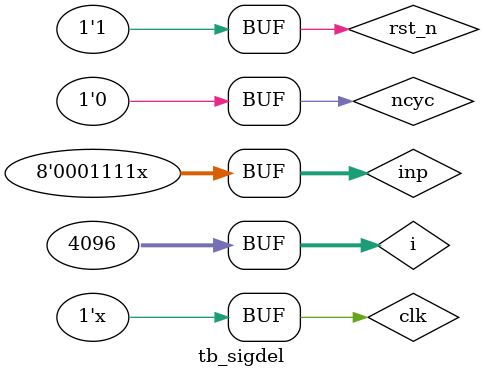
<source format=v>
`timescale 1ns / 1ps


module tb_sigdel();

reg clk = 1;
reg rst_n = 1;
reg [7:0] inp ;
wire [7:0] out;
wire [7:0] outx;
wire [7:0] outXa;
wire [15:0] outs0;
wire [15:0] outs1;
wire [15:0] outs2;
wire [7:0] en;
wire pwmX;
integer i;
reg ncyc = 0;

  // Clock divider
  clkdiv clkdiv1(.clk(clk),
               .rst_n(rst_n),
               .en(en));     
  // SINC1 test
  sinc1 sinc10(.clk(clk),
               .rst_n(rst_n),
               .din(inp[0]),    
               .fsclk(en[0]),
               .fbwclk(en[2]),
               .out(outs0));
  // SINC2 test
  sinc2 sinc20(.clk(clk),
               .rst_n(rst_n),
               .din(inp[0]),    
               .fsclk(en[0]),
               .fbwclk(en[2]),
               .out(outs1));
  // SINC3 test
  sinc3 sinc30(.clk(clk),
               .rst_n(rst_n),
               .din(inp[0]),    
               .fsclk(en[0]),
               .fbwclk(en[2]),
               .out(outs2));
  
  // PWM out[6]
  // 65k*20ns = 1.30ms per pulse ca. 780 Hz 
  pwm pwm1(.clk(clk),
           .rst_n(rst_n),
           .width(10'b01_0000_0000),
           .out(pwmX));

sigdel sigdelX(.clk(clk),
               .rst_n(rst_n),
               .inp(inp),
               .out(out),
               .outXa(outXa));
tt_um_jv_sigdel sigdelY(.clk(clk),
                       .rst_n(rst_n),
                       .ui_in(inp),
                       .uo_out(outx));

always
 #10 clk = ~clk;  // setup Tclk = 20ns 50 MHz CLK

// 
initial begin
 #0 inp = 8'b00000000;
 #15 rst_n = 0;
 #10 rst_n = 1;
 // Typical pattern sampling every 4th clock cycle
 // 01010101  #80 #80
 // 001001001 #160 #80
 // 00010001  #240 #80
 // 011011011 #80 #160
 // 011101110 #80 #240
 #0 ncyc = !ncyc;   // first high time
 for(i=0;i<256;i=i+1) begin // 65k * 40ns = 2.6 ms
   #80 inp[0] = !inp[0];
   #80 inp[0] = !inp[0];
 end  
 #0 ncyc = !ncyc;    
 for(i=0;i<256;i=i+1) begin // 65k * 40ns = 2.6 ms
   #80 inp[0] = !inp[0];
   #160 inp[0] = !inp[0];
 end 
 #0 ncyc = !ncyc;  // 2nd high
  for(i=0;i<256;i=i+1) begin // 65k * 40ns = 2.6 ms
   #160 inp[0] = !inp[0];
   #80 inp[0] = !inp[0];
 end  
 #0 ncyc = !ncyc;
 for(i=0;i<256;i=i+1) begin // 65k * 40ns = 2.6 ms
   #80 inp[0] = !inp[0];
   #240 inp[0] = !inp[0];
 end  
 #0 ncyc = !ncyc;  // 3rd high
  for(i=0;i<256;i=i+1) begin // 65k * 40ns = 2.6 ms
   #240 inp[0] = !inp[0];
   #80 inp[0] = !inp[0];
 end  
 #0 ncyc = !ncyc;  
 // measurement of enx and eny for inp[4:1]
 #0 inp = 8'b00000010;
 for(i=0;i<256;i=i+1) begin // 
   #80 inp[0] = !inp[0];
   #80 inp[0] = !inp[0];
 end  
 #0 ncyc = !ncyc;  // 4th high
 #0 inp = 8'b00000100;
 for(i=0;i<256;i=i+1) begin // 
   #80 inp[0] = !inp[0];
   #80 inp[0] = !inp[0];
 end  
 #0 ncyc = !ncyc;
 #0 inp = 8'b00000110;
 for(i=0;i<256;i=i+1) begin // 
   #80 inp[0] = !inp[0];
   #80 inp[0] = !inp[0];
 end  
 #0 ncyc = !ncyc; // 5th high
 #0 inp = 8'b00001000;
 for(i=0;i<256;i=i+1) begin // 
   #80 inp[0] = !inp[0];
   #80 inp[0] = !inp[0];
 end  
 #0 ncyc = !ncyc;
 #0 inp = 8'b00001010;
 for(i=0;i<256;i=i+1) begin // 
   #80 inp[0] = !inp[0];
   #80 inp[0] = !inp[0];
 end  
 #0 ncyc = !ncyc; // 6th high
  #0 inp = 8'b00001100;
 for(i=0;i<256;i=i+1) begin // 
   #80 inp[0] = !inp[0];
   #80 inp[0] = !inp[0];
 end  
 #0 ncyc = !ncyc;
 #0 inp = 8'b00001110;
 for(i=0;i<256;i=i+1) begin // 
   #80 inp[0] = !inp[0];
   #80 inp[0] = !inp[0];
 end  
 #0 ncyc = !ncyc;  // 7th high
 #0 inp = 8'b00010000; 
 for(i=0;i<256*16;i=i+1) begin // 
   #80 inp[0] = !inp[0];
   #80 inp[0] = !inp[0];
 end  
 #0 ncyc = !ncyc;
 #0 inp = 8'b00010010;
 for(i=0;i<256*16;i=i+1) begin // 
   #80 inp[0] = !inp[0];
   #80 inp[0] = !inp[0];
 end  
 #0 ncyc = !ncyc; // 8th high
 #0 inp = 8'b00010100;
 for(i=0;i<256*16;i=i+1) begin // 
   #80 inp[0] = !inp[0];
   #80 inp[0] = !inp[0];
 end  
 #0 ncyc = !ncyc;
 #0 inp = 8'b00010110;
 for(i=0;i<256*16;i=i+1) begin // 
   #80 inp[0] = !inp[0];
   #80 inp[0] = !inp[0];
 end  
 #0 ncyc = !ncyc;  // 9th high
 #0 inp = 8'b00011000;
 for(i=0;i<256*16;i=i+1) begin // 
   #80 inp[0] = !inp[0];
   #80 inp[0] = !inp[0];
 end  
 #0 ncyc = !ncyc;
 #0 inp = 8'b00011010;
 for(i=0;i<256*16;i=i+1) begin // 
   #80 inp[0] = !inp[0];
   #80 inp[0] = !inp[0];
 end  
 #0 ncyc = !ncyc;  // 10th high
 #0 inp = 8'b00011100;
 for(i=0;i<256*16;i=i+1) begin // 
   #80 inp[0] = !inp[0];
   #80 inp[0] = !inp[0];
 end  
 #0 ncyc = !ncyc;
 #0 inp = 8'b00011110;
 for(i=0;i<256*16;i=i+1) begin // 
   #80 inp[0] = !inp[0];
   #80 inp[0] = !inp[0];
 end  
 #0 ncyc = !ncyc; // 11th high end

end



endmodule

</source>
